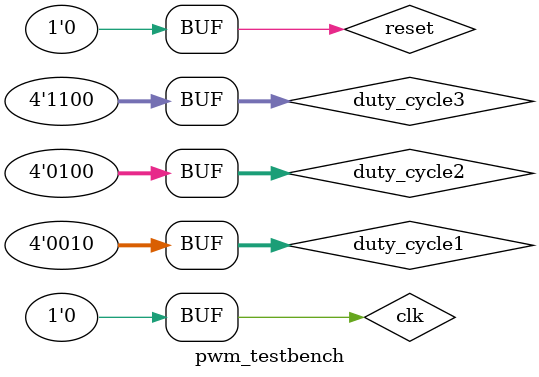
<source format=sv>
module pwm_testbench();
  //initialize necessary signals
  logic clk, reset;
  logic [3:0] duty_cycle1;
  logic signal1;
  
  logic [3:0] duty_cycle2;
  assign duty_cycle2 = 4'b0100;
  logic signal2;
  
  logic [3:0] duty_cycle3;
  assign duty_cycle3 = 4'b1100;
  logic signal3;
  
  // create our controller module
  PWM #(4,2) DUT1(duty_cycle1, clk, reset, signal1);
  PWM #(4,2) DUT2(duty_cycle2, clk, reset, signal2);
  PWM #(4,2) DUT3(duty_cycle3, clk, reset, signal3);
  // initialize our clock with a period of 10				
  always begin
    clk = 1'b1; #5; clk = 1'b0; #5;
  end
  
  /////////////////
  // BEGIN TESTS //
  /////////////////

  initial begin
    duty_cycle1 = 4'b1000;
    reset = 1;
	 #17;
	 reset = 0;
	 #3;
	 #2000;
	 duty_cycle1 = 4'b0010;
  end
  
endmodule

</source>
